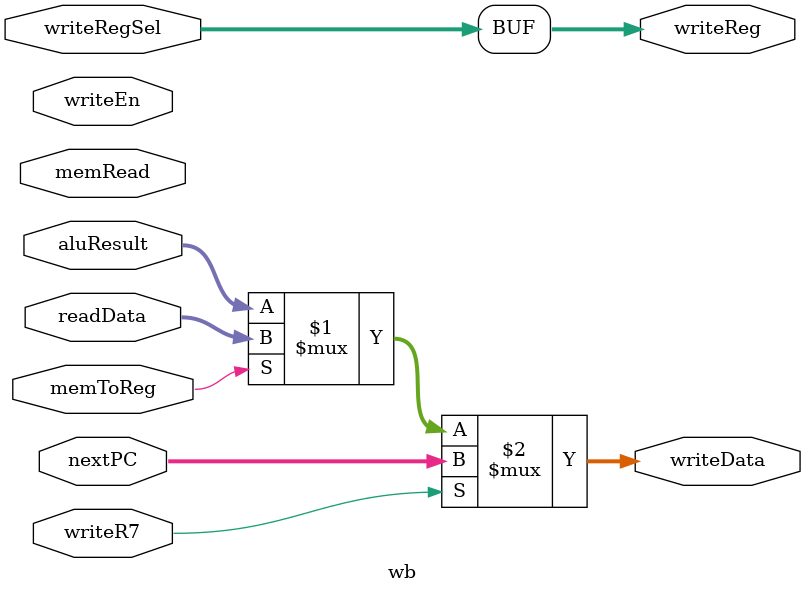
<source format=v>
/*
   CS/ECE 552 Spring '20
  
   Filename        : wb.v
   Description     : This is the module for the overall Write Back stage of the processor.
*/
module wb 	(
					readData,
					memToReg,
					memRead,
					aluResult,
					nextPC,
					writeR7,
					writeData,
					writeEn,
               		writeRegSel,
               		writeReg		
				);

// Passing REG FILE ???

// Inputs:
//	1. Read Data
//	2. MemtoReg
//	3. ALU Result

input [15:0] readData, aluResult, nextPC;
input memRead, memToReg, writeR7, writeEn;
input [2:0] writeRegSel;

// Outputs:
// 	1. Write Data [15:0]

output [15:0] writeData;
output [2:0] writeReg;

// MUXES
// Read data vs. ALU result
// PC+2 vs. writeREG

/*
		if(writeR7)
		{
			writeData = nextPC;
		}
		else if(memToReg)
		{
			writeData = readData;
		}
		else writeData = alu_result;
*/
assign writeData = writeR7 ? nextPC : (memToReg ? readData : aluResult);
assign writeReg = writeRegSel;
endmodule
</source>
